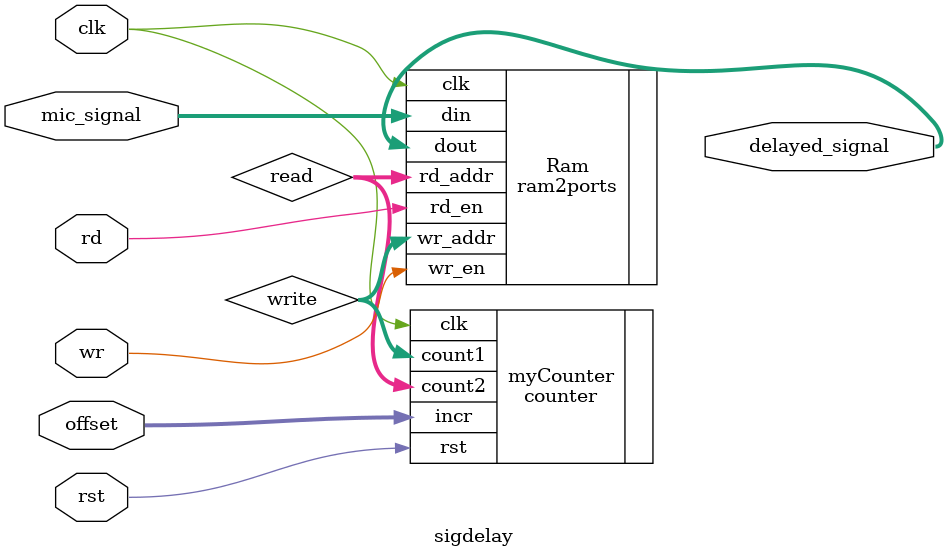
<source format=sv>
module sigdelay #(
    parameter A_WIDTH = 9,
              D_WIDTH = 8
)(
    input logic clk,
    input logic rst,
    input logic wr,
    input logic rd,
    input logic [A_WIDTH-1:0] offset,
    input logic  [D_WIDTH-1:0] mic_signal,
    output logic [D_WIDTH-1:0] delayed_signal
);

logic [A_WIDTH-1:0] write;
logic [A_WIDTH-1:0] read;

counter myCounter(
    .clk(clk),
    .rst(rst),
    .incr(offset),
    .count1(write),
    .count2(read)
);

ram2ports Ram(
    .clk (clk),
    .wr_en(wr),
    .rd_en(rd),
    .wr_addr(write),
    .rd_addr(read),
    .din(mic_signal),
    .dout(delayed_signal)
);





endmodule

</source>
